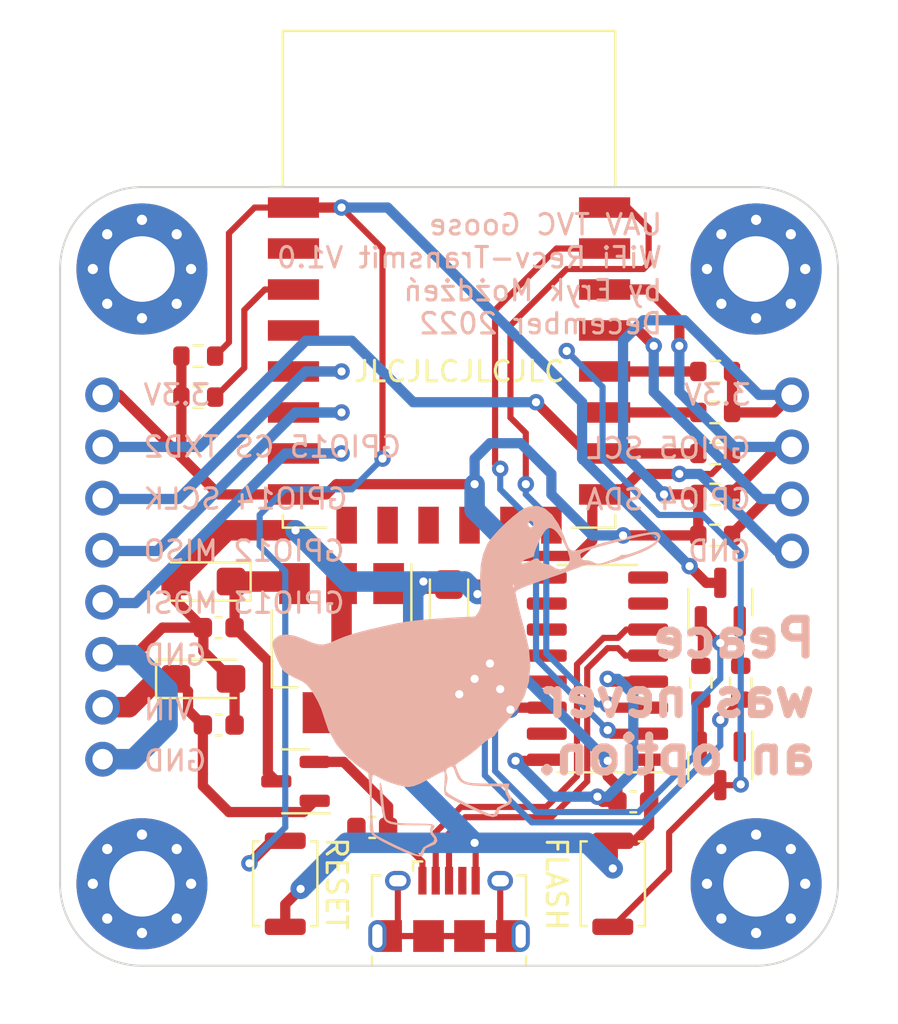
<source format=kicad_pcb>
(kicad_pcb (version 20211014) (generator pcbnew)
  (layers (0 "F.Cu" signal) (31 "B.Cu" signal) (34 "B.Paste" user) (35 "F.Paste" user) (36 "B.SilkS" user "B.Silkscreen") (37 "F.SilkS" user "F.Silkscreen") (38 "B.Mask" user) (39 "F.Mask" user) (44 "Edge.Cuts" user))
  (net 0 "")
  (net 1 "GND")
  (net 2 "+3.3V")
  (net 3 "+5V")
  (net 4 "VBUS")
  (net 9 "/D-")
  (net 10 "/D+")
  (net 12 "unconnected-(J2-Pad6)")
  (net 13 "/GPIO5_SCL")
  (net 14 "/GPIO4_SDA")
  (net 15 "/GPIO15_CS_TXD2")
  (net 16 "/GPIO14_SCLK")
  (net 17 "/GPIO13_MOSI")
  (net 18 "/GPIO12_MISO")
  (net 19 "/ADC")
  (net 20 "/GPIO2_TXD1")
  (net 21 "/GPIO16_WAKE")
  (net 22 "/RTS")
  (net 23 "Net-(Q1-Pad2)")
  (net 24 "/RST")
  (net 25 "/DTR")
  (net 26 "Net-(Q2-Pad2)")
  (net 27 "/GPIO0_FLASH")
  (net 28 "/EN")
  (net 35 "/GPIO3_RXD0")
  (net 36 "/GPIO1_TXD0")
  (net 44 "/LDO_IN")
  (footprint "RF_Module:ESP-12E" (layer "F.Cu") (at 149 98.5)
    (fp_text reference "U2")
    (fp_text value "ESP-12E")
  )
  (footprint "MountingHole:MountingHole_3.2mm_M3_Pad_Via" (layer "F.Cu") (at 134 128)
    (fp_text reference "H3")
    (fp_text value "MountingHole_Pad")
  )
  (footprint "Capacitor_Tantalum_SMD:CP_EIA-3216-18_Kemet-A" (layer "F.Cu") (at 137 113.25 180)
    (fp_text reference "C2")
    (fp_text value "4u7")
  )
  (footprint "Capacitor_SMD:C_0603_1608Metric" (layer "F.Cu") (at 145.25 125.25 180)
    (fp_text reference "C6")
    (fp_text value "100n")
  )
  (footprint "Package_SO:SOIC-16_3.9x9.9mm_P1.27mm" (layer "F.Cu") (at 156.25 117.5 180)
    (fp_text reference "U3")
    (fp_text value "CH340G")
  )
  (footprint "Button_Switch_SMD:SW_Push_SPST_NO_Alps_SKRK" (layer "F.Cu") (at 157 128 -90)
    (fp_text reference "SW2")
    (fp_text value "SW_Push")
  )
  (footprint "MountingHole:MountingHole_3.2mm_M3_Pad_Via" (layer "F.Cu") (at 134 98)
    (fp_text reference "H1")
    (fp_text value "MountingHole_Pad")
  )
  (footprint "Capacitor_SMD:C_0603_1608Metric" (layer "F.Cu") (at 137.75 120.25)
    (fp_text reference "C5")
    (fp_text value "100n")
  )
  (footprint "Connector_USB:USB_Micro-B_Amphenol_10118194_Horizontal" (layer "F.Cu") (at 149 129.25)
    (fp_text reference "J2")
    (fp_text value "USB_B_Micro")
  )
  (footprint "Capacitor_SMD:C_0603_1608Metric" (layer "F.Cu") (at 158 124)
    (fp_text reference "C8")
    (fp_text value "100n")
  )
  (footprint "Resistor_SMD:R_0603_1608Metric" (layer "F.Cu") (at 136.75 102.25)
    (fp_text reference "R2")
    (fp_text value "10k")
  )
  (footprint "Resistor_SMD:R_0603_1608Metric" (layer "F.Cu") (at 162 105 180)
    (fp_text reference "R5")
    (fp_text value "10k")
  )
  (footprint "Capacitor_Tantalum_SMD:CP_EIA-3216-18_Kemet-A" (layer "F.Cu") (at 137 118)
    (fp_text reference "C7")
    (fp_text value "4u7")
  )
  (footprint "MountingHole:MountingHole_3.2mm_M3_Pad_Via" (layer "F.Cu") (at 164 98)
    (fp_text reference "H2")
    (fp_text value "MountingHole_Pad")
  )
  (footprint "Package_TO_SOT_SMD:SOT-23" (layer "F.Cu") (at 162.25 122.25 -90)
    (fp_text reference "Q2")
    (fp_text value "Q_NPN_EBC")
  )
  (footprint "Resistor_SMD:R_0603_1608Metric" (layer "F.Cu") (at 163.250001 118.1875 90)
    (fp_text reference "R8")
    (fp_text value "10k")
  )
  (footprint "Capacitor_SMD:C_0603_1608Metric" (layer "F.Cu") (at 137.75 115.5 180)
    (fp_text reference "C1")
    (fp_text value "100n")
  )
  (footprint "Resistor_SMD:R_0603_1608Metric" (layer "F.Cu") (at 161.300001 118.1875 -90)
    (fp_text reference "R9")
    (fp_text value "10k")
  )
  (footprint "Capacitor_Tantalum_SMD:CP_EIA-3216-18_Kemet-A" (layer "F.Cu") (at 149 114.75 90)
    (fp_text reference "C3")
    (fp_text value "4u7")
  )
  (footprint "Package_TO_SOT_SMD:SOT-23" (layer "F.Cu") (at 162.25 114.25 90)
    (fp_text reference "Q1")
    (fp_text value "Q_NPN_EBC")
  )
  (footprint "Package_TO_SOT_SMD:SOT-23" (layer "F.Cu") (at 141.5 123 180)
    (fp_text reference "D1")
    (fp_text value "BAT54C")
  )
  (footprint "Resistor_SMD:R_0603_1608Metric" (layer "F.Cu") (at 162 109)
    (fp_text reference "R6")
    (fp_text value "4k7")
  )
  (footprint "Capacitor_SMD:C_0603_1608Metric" (layer "F.Cu") (at 151.25 115.5 90)
    (fp_text reference "C4")
    (fp_text value "100n")
  )
  (footprint "Resistor_SMD:R_0603_1608Metric" (layer "F.Cu") (at 136.75 104.25)
    (fp_text reference "R1")
    (fp_text value "10k")
  )
  (footprint "Package_TO_SOT_SMD:SOT-223-3_TabPin2" (layer "F.Cu") (at 143.75 116.5 -90)
    (fp_text reference "U1")
    (fp_text value "LM1117-3.3")
  )
  (footprint "Resistor_SMD:R_0603_1608Metric" (layer "F.Cu") (at 162 107)
    (fp_text reference "R3")
    (fp_text value "10k")
  )
  (footprint "MountingHole:MountingHole_3.2mm_M3_Pad_Via" (layer "F.Cu") (at 164 128)
    (fp_text reference "H4")
    (fp_text value "MountingHole_Pad")
  )
  (footprint "Resistor_SMD:R_0603_1608Metric" (layer "F.Cu") (at 162 111)
    (fp_text reference "R7")
    (fp_text value "4k7")
  )
  (footprint "Button_Switch_SMD:SW_Push_SPST_NO_Alps_SKRK" (layer "F.Cu") (at 141 128 90)
    (fp_text reference "SW1")
    (fp_text value "SW_Push")
  )
  (footprint "Resistor_SMD:R_0603_1608Metric" (layer "F.Cu") (at 162 103 180)
    (fp_text reference "R4")
    (fp_text value "10k")
  )
  (footprint "goose:tht_pin_01x04" (layer "B.Cu") (at 165.735 104.14)
    (fp_text reference "J3")
    (fp_text value "Conn_01x04")
  )
  (footprint "goose:goose_meme" (layer "B.Cu") (at 153.712967 124.128 180)
    (fp_text reference "G***")
    (fp_text value "LOGO" hide)
  )
  (footprint "goose:tht_pin_01x06" (layer "B.Cu") (at 132.08 104.14)
    (fp_text reference "J4")
    (fp_text value "Conn_01x06")
  )
  (footprint "goose:tht_pin_01x02" (layer "B.Cu") (at 132.08 119.38)
    (fp_text reference "J1")
    (fp_text value "Conn_01x02")
  )
  (gr_line locked (start 130 128) (end 130 98) (layer "Edge.Cuts") (width 0.1))
  (gr_arc locked (start 168 128) (mid 166.828427 130.828427) (end 164 132) (layer "Edge.Cuts") (width 0.1))
  (gr_arc locked (start 164 94) (mid 166.828427 95.171573) (end 168 98) (layer "Edge.Cuts") (width 0.1))
  (gr_line locked (start 168 98) (end 168 128) (layer "Edge.Cuts") (width 0.1))
  (gr_line locked (start 164 132) (end 134 132) (layer "Edge.Cuts") (width 0.1))
  (gr_arc locked (start 130 98) (mid 131.171573 95.171573) (end 134 94) (layer "Edge.Cuts") (width 0.1))
  (gr_arc locked (start 134 132) (mid 131.171573 130.828427) (end 130 128) (layer "Edge.Cuts") (width 0.1))
  (gr_line locked (start 134 94) (end 164 94) (layer "Edge.Cuts") (width 0.1))
  (gr_text "GPIO5 SCL" (at 163.83 106.75) (layer "B.SilkS") (effects (font (size 1 1)) (justify left mirror)))
  (gr_text "3.3V" (at 163.83 104.14) (layer "B.SilkS") (effects (font (size 1 1)) (justify left mirror)))
  (gr_text "GPIO4 SDA" (at 163.83 109.25) (layer "B.SilkS") (effects (font (size 1 1)) (justify left mirror)))
  (gr_text "VIN" (at 134 119.5) (layer "B.SilkS") (effects (font (size 1 1)) (justify right mirror)))
  (gr_text "GPIO12 MISO" (at 133.985 111.76) (layer "B.SilkS") (effects (font (size 1 1)) (justify right mirror)))
  (gr_text "GND" (at 163.83 111.76) (layer "B.SilkS") (effects (font (size 1 1)) (justify left mirror)))
  (gr_text "UAV TVC Goose\nWiFi Recv-Transmit V1.0\nby Eryk Możdżeń\nDecember 2022" (at 159.5 98.25) (layer "B.SilkS") (effects (font (size 1 1)) (justify left mirror)))
  (gr_text "GND" (at 134 116.84) (layer "B.SilkS") (effects (font (size 1 1)) (justify right mirror)))
  (gr_text "3.3V" (at 133.985 104.14) (layer "B.SilkS") (effects (font (size 1 1)) (justify right mirror)))
  (gr_text "GPIO14 SCLK" (at 133.985 109.22) (layer "B.SilkS") (effects (font (size 1 1)) (justify right mirror)))
  (gr_text "GND" (at 134 122) (layer "B.SilkS") (effects (font (size 1 1)) (justify right mirror)))
  (gr_text "GPIO15 CS TXD2" (at 133.985 106.68) (layer "B.SilkS") (effects (font (size 1 1)) (justify right mirror)))
  (gr_text "GPIO13 MOSI" (at 133.985 114.3) (layer "B.SilkS") (effects (font (size 1 1)) (justify right mirror)))
  (gr_text "JLCJLCJLCJLC" (at 149.5 103) (layer "F.SilkS") (effects (font (size 1 1))))
  (gr_text "FLASH" (at 154.25 128 270) (layer "F.SilkS") (effects (font (size 1 1))))
  (gr_text "RESET" (at 143.5 128 270) (layer "F.SilkS") (effects (font (size 1 1))))
  (segment (start 149.925 113.4) (end 150.3875 113.8625) (width 0.5) (layer "F.Cu") (net 1))
  (segment (start 146.05 113.35) (end 148.95 113.35) (width 1) (layer "F.Cu") (net 1))
  (segment (start 138.35 118) (end 137 116.65) (width 0.5) (layer "F.Cu") (net 1))
  (segment (start 141 129) (end 141 130.1) (width 0.5) (layer "F.Cu") (net 1))
  (segment (start 160.25 108) (end 158.25 108) (width 0.5) (layer "F.Cu") (net 1))
  (segment (start 158.775 125.225) (end 158.775 124) (width 0.5) (layer "F.Cu") (net 1))
  (segment (start 162.825 107) (end 161.825 108) (width 0.3) (layer "F.Cu") (net 1))
  (segment (start 149 113.4) (end 151.1 113.4) (width 0.5) (layer "F.Cu") (net 1))
  (segment (start 157 125.9) (end 158.1 125.9) (width 0.5) (layer "F.Cu") (net 1))
  (segment (start 151.1 113.4) (end 152.5 112) (width 0.5) (layer "F.Cu") (net 1))
  (segment (start 148.95 113.35) (end 149 113.4) (width 1) (layer "F.Cu") (net 1))
  (segment (start 156.5 109) (end 156 109.5) (width 0.5) (layer "F.Cu") (net 1))
  (segment (start 161.825 108) (end 160.25 108) (width 0.3) (layer "F.Cu") (net 1))
  (segment (start 157.25 109) (end 156.6 109) (width 0.5) (layer "F.Cu") (net 1))
  (segment (start 158.25 108) (end 157.25 109) (width 0.5) (layer "F.Cu") (net 1))
  (segment (start 135.65 113.25) (end 135.65 114.175) (width 0.5) (layer "F.Cu") (net 1))
  (segment (start 144.475 125.525) (end 144.475 125.25) (width 0.5) (layer "F.Cu") (net 1))
  (segment (start 135.65 114.175) (end 136.975 115.5) (width 0.5) (layer "F.Cu") (net 1))
  (segment (start 141.5 110.75) (end 138.15 110.75) (width 1) (layer "F.Cu") (net 1))
  (segment (start 158.775 121.995) (end 158.725 121.945) (width 0.5) (layer "F.Cu") (net 1))
  (segment (start 157 127.25) (end 157 125.9) (width 0.5) (layer "F.Cu") (net 1))
  (segment (start 137 115.525) (end 136.975 115.5) (width 0.5) (layer "F.Cu") (net 1))
  (segment (start 141.75 128.25) (end 144.475 125.525) (width 0.5) (layer "F.Cu") (net 1))
  (segment (start 158.775 124) (end 158.775 121.995) (width 0.5) (layer "F.Cu") (net 1))
  (segment (start 156 109.5) (end 156 111.25) (width 0.5) (layer "F.Cu") (net 1))
  (segment (start 135 115.5) (end 133.66 116.84) (width 0.5) (layer "F.Cu") (net 1))
  (segment (start 158.1 125.9) (end 158.775 125.225) (width 0.5) (layer "F.Cu") (net 1))
  (segment (start 149 113.4) (end 149.925 113.4) (width 0.5) (layer "F.Cu") (net 1))
  (segment (start 137 116.65) (end 137 115.525) (width 0.5) (layer "F.Cu") (net 1))
  (segment (start 156.6 109) (end 156.5 109) (width 0.5) (layer "F.Cu") (net 1))
  (segment (start 150.3 127.85) (end 150.3 126.05) (width 0.3) (layer "F.Cu") (net 1))
  (segment (start 138.525 118.175) (end 138.35 118) (width 0.5) (layer "F.Cu") (net 1))
  (segment (start 133.66 116.84) (end 132.08 116.84) (width 0.5) (layer "F.Cu") (net 1))
  (segment (start 138.15 110.75) (end 135.65 113.25) (width 1) (layer "F.Cu") (net 1))
  (segment (start 132.08 116.84) (end 132.08 116.82) (width 0.5) (layer "F.Cu") (net 1))
  (segment (start 152.5 112) (end 155.25 112) (width 0.5) (layer "F.Cu") (net 1))
  (segment (start 138.525 120.25) (end 138.525 118.175) (width 0.5) (layer "F.Cu") (net 1))
  (segment (start 155.25 112) (end 156 111.25) (width 0.5) (layer "F.Cu") (net 1))
  (segment (start 141.75 128.25) (end 141 129) (width 0.5) (layer "F.Cu") (net 1))
  (segment (start 136.975 115.5) (end 135 115.5) (width 0.5) (layer "F.Cu") (net 1))
  (segment (start 150.3875 113.8625) (end 151.25 114.725) (width 0.5) (layer "F.Cu") (net 1))
  (segment (start 150.3 126.05) (end 150.25 126) (width 0.3) (layer "F.Cu") (net 1))
  (via (at 160.25 108) (size 0.8) (drill 0.4) (layers "F.Cu" "B.Cu") (net 1))
  (via (at 150.25 126) (size 0.8) (drill 0.4) (layers "F.Cu" "B.Cu") (net 1))
  (via (at 141.75 128.25) (size 0.8) (drill 0.4) (layers "F.Cu" "B.Cu") (net 1))
  (via (at 147.75 113.25) (size 0.8) (drill 0.4) (layers "F.Cu" "B.Cu") (net 1))
  (via (at 141.5 110.75) (size 0.8) (drill 0.4) (layers "F.Cu" "B.Cu") (net 1))
  (via (at 157 127.25) (size 0.8) (drill 0.4) (layers "F.Cu" "B.Cu") (net 1))
  (via (at 150.3875 113.8625) (size 0.8) (drill 0.4) (layers "F.Cu" "B.Cu") (net 1))
  (segment (start 135.25 120.25) (end 135.25 118.5) (width 1) (layer "B.Cu") (net 1))
  (segment (start 160.25 108) (end 161.25 108) (width 0.5) (layer "B.Cu") (net 1))
  (segment (start 141.75 128.25) (end 144 126) (width 1) (layer "B.Cu") (net 1))
  (segment (start 150.25 126) (end 155.75 126) (width 1) (layer "B.Cu") (net 1))
  (segment (start 144 113.25) (end 141.5 110.75) (width 1) (layer "B.Cu") (net 1))
  (segment (start 161.25 108) (end 165.01 111.76) (width 0.5) (layer "B.Cu") (net 1))
  (segment (start 149.775 113.25) (end 150.3875 113.8625) (width 1) (layer "B.Cu") (net 1))
  (segment (start 144 126) (end 150.25 126) (width 1) (layer "B.Cu") (net 1))
  (segment (start 132.08 121.92) (end 133.58 121.92) (width 1) (layer "B.Cu") (net 1))
  (segment (start 133.59 116.84) (end 132.08 116.84) (width 1) (layer "B.Cu") (net 1))
  (segment (start 165.01 111.76) (end 165.735 111.76) (width 0.5) (layer "B.Cu") (net 1))
  (segment (start 133.58 121.92) (end 135.25 120.25) (width 1) (layer "B.Cu") (net 1))
  (segment (start 147.25 123) (end 147.25 117) (width 1) (layer "B.Cu") (net 1))
  (segment (start 147.75 113.25) (end 144 113.25) (width 1) (layer "B.Cu") (net 1))
  (segment (start 147.25 117) (end 147.25 113.75) (width 1) (layer "B.Cu") (net 1))
  (segment (start 147.25 113.75) (end 147.75 113.25) (width 1) (layer "B.Cu") (net 1))
  (segment (start 147.75 113.25) (end 149.775 113.25) (width 1) (layer "B.Cu") (net 1))
  (segment (start 150.25 126) (end 147.25 123) (width 1) (layer "B.Cu") (net 1))
  (segment (start 155.75 126) (end 157 127.25) (width 1) (layer "B.Cu") (net 1))
  (segment (start 135.25 118.5) (end 133.59 116.84) (width 1) (layer "B.Cu") (net 1))
  (segment (start 143.5 108.5) (end 150.25 108.5) (width 0.5) (layer "F.Cu") (net 2))
  (segment (start 143.75 119.65) (end 143.75 119.5) (width 1) (layer "F.Cu") (net 2))
  (segment (start 150.5 117.75) (end 150.275 117.975) (width 0.5) (layer "F.Cu") (net 2))
  (segment (start 150.5 117.75) (end 151.25 117) (width 0.5) (layer "F.Cu") (net 2))
  (segment (start 135.925 107.175) (end 135.925 104.25) (width 0.5) (layer "F.Cu") (net 2))
  (segment (start 161.175 111) (end 161.175 109) (width 0.5) (layer "F.Cu") (net 2))
  (segment (start 150.25 118) (end 150.5 117.75) (width 0.5) (layer "F.Cu") (net 2))
  (segment (start 132.89 104.14) (end 132.08 104.14) (width 0.5) (layer "F.Cu") (net 2))
  (segment (start 156.885 118.135) (end 156.75 118) (width 0.5) (layer "F.Cu") (net 2))
  (segment (start 156.5 124) (end 156.25 123.75) (width 0.5) (layer "F.Cu") (net 2))
  (segment (start 143 109) (end 143.5 108.5) (width 0.5) (layer "F.Cu") (net 2))
  (segment (start 162.825 105) (end 164.875 105) (width 0.5) (layer "F.Cu") (net 2))
  (segment (start 152.25 122) (end 153.72 122) (width 0.5) (layer "F.Cu") (net 2))
  (segment (start 156.75 122) (end 156.75 122.75) (width 0.5) (layer "F.Cu") (net 2))
  (segment (start 162.825 105) (end 162.825 103) (width 0.5) (layer "F.Cu") (net 2))
  (segment (start 157.225 124) (end 156.5 124) (width 0.5) (layer "F.Cu") (net 2))
  (segment (start 143.75 119.5) (end 147.15 116.1) (width 1) (layer "F.Cu") (net 2))
  (segment (start 141.4 109) (end 143 109) (width 0.5) (layer "F.Cu") (net 2))
  (segment (start 153.72 122) (end 153.775 121.945) (width 0.5) (layer "F.Cu") (net 2))
  (segment (start 147.15 116.1) (end 149 116.1) (width 1) (layer "F.Cu") (net 2))
  (segment (start 161.175 109.027082) (end 161.175 109) (width 0.5) (layer "F.Cu") (net 2))
  (segment (start 137.75 109) (end 135.925 107.175) (width 0.5) (layer "F.Cu") (net 2))
  (segment (start 164.875 105) (end 165.735 104.14) (width 0.5) (layer "F.Cu") (net 2))
  (segment (start 157.225 123.225) (end 157.225 124) (width 0.5) (layer "F.Cu") (net 2))
  (segment (start 156.75 122.75) (end 157.225 123.225) (width 0.5) (layer "F.Cu") (net 2))
  (segment (start 151.25 117) (end 151.25 116.275) (width 0.5) (layer "F.Cu") (net 2))
  (segment (start 151.25 116.275) (end 149.175 116.275) (width 0.5) (layer "F.Cu") (net 2))
  (segment (start 135.925 107.175) (end 132.89 104.14) (width 0.5) (layer "F.Cu") (net 2))
  (segment (start 149.175 116.275) (end 149 116.1) (width 0.5) (layer "F.Cu") (net 2))
  (segment (start 141.4 109) (end 137.75 109) (width 0.5) (layer "F.Cu") (net 2))
  (segment (start 135.925 104.25) (end 135.925 102.25) (width 0.5) (layer "F.Cu") (net 2))
  (segment (start 158.725 118.135) (end 156.885 118.135) (width 0.5) (layer "F.Cu") (net 2))
  (segment (start 157.5 111) (end 161.175 111) (width 0.5) (layer "F.Cu") (net 2))
  (segment (start 143.75 119.65) (end 143.75 113.35) (width 1) (layer "F.Cu") (net 2))
  (segment (start 161.175 109) (end 159.5 109) (width 0.5) (layer "F.Cu") (net 2))
  (via (at 156.75 122) (size 0.8) (drill 0.4) (layers "F.Cu" "B.Cu") (net 2))
  (via (at 156.75 118) (size 0.8) (drill 0.4) (layers "F.Cu" "B.Cu") (net 2))
  (via (at 149.5 118.75) (size 0.8) (drill 0.4) (layers "F.Cu" "B.Cu") (net 2))
  (via (at 150.25 108.5) (size 0.8) (drill 0.4) (layers "F.Cu" "B.Cu") (net 2))
  (via (at 150.25 118) (size 0.8) (drill 0.4) (layers "F.Cu" "B.Cu") (net 2))
  (via (at 159.5 109) (size 0.8) (drill 0.4) (layers "F.Cu" "B.Cu") (net 2))
  (via (at 152.25 122) (size 0.8) (drill 0.4) (layers "F.Cu" "B.Cu") (net 2))
  (via (at 156.25 123.75) (size 0.8) (drill 0.4) (layers "F.Cu" "B.Cu") (net 2))
  (via (at 157.5 111) (size 0.8) (drill 0.4) (layers "F.Cu" "B.Cu") (net 2))
  (via (at 151 117.25) (size 0.8) (drill 0.4) (layers "F.Cu" "B.Cu") (net 2))
  (segment (start 152 117.25) (end 151 117.25) (width 0.5) (layer "B.Cu") (net 2))
  (segment (start 159.5 109) (end 157.5 107) (width 0.5) (layer "B.Cu") (net 2))
  (segment (start 157.25 118) (end 156.75 118) (width 0.5) (layer "B.Cu") (net 2))
  (segment (start 164.14 104.14) (end 165.735 104.14) (width 0.5) (layer "B.Cu") (net 2))
  (segment (start 154 109) (end 154 108) (width 0.5) (layer "B.Cu") (net 2))
  (segment (start 151 117.25) (end 151.5875 116.6625) (width 1) (layer "B.Cu") (net 2))
  (segment (start 154 123.75) (end 152.25 122) (width 0.5) (layer "B.Cu") (net 2))
  (segment (start 156.75 123.75) (end 158 122.5) (width 0.5) (layer "B.Cu") (net 2))
  (segment (start 151.5875 111.0875) (end 150.25 109.75) (width 1) (layer "B.Cu") (net 2))
  (segment (start 152.5 106.5) (end 151 106.5) (width 0.5) (layer "B.Cu") (net 2))
  (segment (start 149.5 118.75) (end 150.25 118) (width 1) (layer "B.Cu") (net 2))
  (segment (start 151 106.5) (end 150.25 107.25) (width 0.5) (layer "B.Cu") (net 2))
  (segment (start 150.25 107.25) (end 150.25 108.5) (width 0.5) (layer "B.Cu") (net 2))
  (segment (start 154 108) (end 152.5 106.5) (width 0.5) (layer "B.Cu") (net 2))
  (segment (start 158 122.5) (end 158 118.75) (width 0.5) (layer "B.Cu") (net 2))
  (segment (start 158.5 100.5) (end 160.5 100.5) (width 0.5) (layer "B.Cu") (net 2))
  (segment (start 152 117.25) (end 156.75 122) (width 0.5) (layer "B.Cu") (net 2))
  (segment (start 151.5875 116.6625) (end 151.5875 111.0875) (width 1) (layer "B.Cu") (net 2))
  (segment (start 156.25 123.75) (end 154 123.75) (width 0.5) (layer "B.Cu") (net 2))
  (segment (start 157.5 107) (end 157.5 101.5) (width 0.5) (layer "B.Cu") (net 2))
  (segment (start 157.5 101.5) (end 158.5 100.5) (width 0.5) (layer "B.Cu") (net 2))
  (segment (start 157.5 111) (end 156 111) (width 0.5) (layer "B.Cu") (net 2))
  (segment (start 160.5 100.5) (end 164.14 104.14) (width 0.5) (layer "B.Cu") (net 2))
  (segment (start 156 111) (end 154 109) (width 0.5) (layer "B.Cu") (net 2))
  (segment (start 158 118.75) (end 157.25 118) (width 0.5) (layer "B.Cu") (net 2))
  (segment (start 150.25 118) (end 151 117.25) (width 1) (layer "B.Cu") (net 2))
  (segment (start 150.25 109.75) (end 150.25 108.5) (width 1) (layer "B.Cu") (net 2))
  (segment (start 156.25 123.75) (end 156.75 123.75) (width 0.5) (layer "B.Cu") (net 2))
  (segment (start 141.8875 124.5) (end 142.4375 123.95) (width 0.5) (layer "F.Cu") (net 3))
  (segment (start 136.975 122.625) (end 136.975 123.225) (width 0.5) (layer "F.Cu") (net 3))
  (segment (start 136.975 123.225) (end 138.25 124.5) (width 0.5) (layer "F.Cu") (net 3))
  (segment (start 132.08 119.38) (end 133.37 119.38) (width 1) (layer "F.Cu") (net 3))
  (segment (start 133.37 119.38) (end 134.75 118) (width 1) (layer "F.Cu") (net 3))
  (segment (start 136.975 120.25) (end 136.975 122.625) (width 0.5) (layer "F.Cu") (net 3))
  (segment (start 134.75 118) (end 135.65 118) (width 1) (layer "F.Cu") (net 3))
  (segment (start 136.25 118.6) (end 136.25 119.525) (width 0.5) (layer "F.Cu") (net 3))
  (segment (start 138.25 124.5) (end 141.8875 124.5) (width 0.5) (layer "F.Cu") (net 3))
  (segment (start 135.65 118) (end 136.25 118.6) (width 0.5) (layer "F.Cu") (net 3))
  (segment (start 136.25 119.525) (end 136.975 120.25) (width 0.5) (layer "F.Cu") (net 3))
  (segment (start 146.025 124.225) (end 146.025 125.25) (width 0.5) (layer "F.Cu") (net 4))
  (segment (start 142.4375 122.05) (end 143.85 122.05) (width 0.5) (layer "F.Cu") (net 4))
  (segment (start 147.7 126.925) (end 146.025 125.25) (width 0.3) (layer "F.Cu") (net 4))
  (segment (start 143.85 122.05) (end 146.025 124.225) (width 0.5) (layer "F.Cu") (net 4))
  (segment (start 147.7 127.85) (end 147.7 126.925) (width 0.3) (layer "F.Cu") (net 4))
  (segment (start 157.655 115.595) (end 158.725 115.595) (width 0.3) (layer "F.Cu") (net 9))
  (segment (start 155.25 122.75) (end 155.25 117.292894) (width 0.3) (layer "F.Cu") (net 9))
  (segment (start 157.25 116) (end 157.655 115.595) (width 0.3) (layer "F.Cu") (net 9))
  (segment (start 155.25 117.292894) (end 156.542894 116) (width 0.3) (layer "F.Cu") (net 9))
  (segment (start 148.35 127.85) (end 148.35 125.483947) (width 0.3) (layer "F.Cu") (net 9))
  (segment (start 156.542894 116) (end 157.25 116) (width 0.3) (layer "F.Cu") (net 9))
  (segment (start 149.583947 124.25) (end 153.75 124.25) (width 0.3) (layer "F.Cu") (net 9))
  (segment (start 153.75 124.25) (end 155.25 122.75) (width 0.3) (layer "F.Cu") (net 9))
  (segment (start 148.35 125.483947) (end 149.583947 124.25) (width 0.3) (layer "F.Cu") (net 9))
  (segment (start 149 127.85) (end 149 125.541053) (width 0.3) (layer "F.Cu") (net 10))
  (segment (start 155.75 123) (end 155.75 117.5) (width 0.3) (layer "F.Cu") (net 10))
  (segment (start 154 124.75) (end 155.75 123) (width 0.3) (layer "F.Cu") (net 10))
  (segment (start 155.75 117.5) (end 156.75 116.5) (width 0.3) (layer "F.Cu") (net 10))
  (segment (start 157.25 116.5) (end 157.615 116.865) (width 0.3) (layer "F.Cu") (net 10))
  (segment (start 157.615 116.865) (end 158.725 116.865) (width 0.3) (layer "F.Cu") (net 10))
  (segment (start 149.791053 124.75) (end 154 124.75) (width 0.3) (layer "F.Cu") (net 10))
  (segment (start 156.75 116.5) (end 157.25 116.5) (width 0.3) (layer "F.Cu") (net 10))
  (segment (start 149 125.541053) (end 149.791053 124.75) (width 0.3) (layer "F.Cu") (net 10))
  (segment (start 151.9 130.55) (end 150 130.55) (width 0.3) (layer "F.Cu") (net 12))
  (segment (start 151.5 127.85) (end 151.5 130.15) (width 0.3) (layer "F.Cu") (net 12))
  (segment (start 146.5 127.85) (end 146.5 130.15) (width 0.3) (layer "F.Cu") (net 12))
  (segment (start 150 130.55) (end 148 130.55) (width 0.3) (layer "F.Cu") (net 12))
  (segment (start 151.5 130.15) (end 151.9 130.55) (width 0.3) (layer "F.Cu") (net 12))
  (segment (start 148 130.55) (end 146.1 130.55) (width 0.3) (layer "F.Cu") (net 12))
  (segment (start 146.5 130.15) (end 146.1 130.55) (width 0.3) (layer "F.Cu") (net 12))
  (segment (start 165.735 106.68) (end 165.07 106.68) (width 0.5) (layer "F.Cu") (net 13))
  (segment (start 162.825 109) (end 162.825 108.925) (width 0.5) (layer "F.Cu") (net 13))
  (segment (start 162.825 108.925) (end 165.07 106.68) (width 0.5) (layer "F.Cu") (net 13))
  (segment (start 160.25 101.75) (end 160.25 100.5) (width 0.5) (layer "F.Cu") (net 13))
  (segment (start 160.25 100.5) (end 158.75 99) (width 0.5) (layer "F.Cu") (net 13))
  (segment (start 158.75 99) (end 156.6 99) (width 0.5) (layer "F.Cu") (net 13))
  (via (at 160.25 101.75) (size 0.8) (drill 0.4) (layers "F.Cu" "B.Cu") (net 13))
  (segment (start 160.25 101.75) (end 160.25 104) (width 0.5) (layer "B.Cu") (net 13))
  (segment (start 160.25 104) (end 162.93 106.68) (width 0.5) (layer "B.Cu") (net 13))
  (segment (start 162.93 106.68) (end 165.735 106.68) (width 0.5) (layer "B.Cu") (net 13))
  (segment (start 164.53 109.22) (end 165.735 109.22) (width 0.5) (layer "F.Cu") (net 14))
  (segment (start 158.25 101) (end 159 101.75) (width 0.5) (layer "F.Cu") (net 14))
  (segment (start 156.6 101) (end 158.25 101) (width 0.5) (layer "F.Cu") (net 14))
  (segment (start 162.825 110.925) (end 164.53 109.22) (width 0.5) (layer "F.Cu") (net 14))
  (segment (start 162.825 111) (end 162.825 110.925) (width 0.5) (layer "F.Cu") (net 14))
  (via (at 159 101.75) (size 0.8) (drill 0.4) (layers "F.Cu" "B.Cu") (net 14))
  (segment (start 164.22 109.22) (end 165.735 109.22) (width 0.5) (layer "B.Cu") (net 14))
  (segment (start 159 104) (end 164.22 109.22) (width 0.5) (layer "B.Cu") (net 14))
  (segment (start 159 101.75) (end 159 104) (width 0.5) (layer "B.Cu") (net 14))
  (segment (start 153.25 104.5) (end 155.75 107) (width 0.5) (layer "F.Cu") (net 15))
  (segment (start 155.75 107) (end 156.6 107) (width 0.5) (layer "F.Cu") (net 15))
  (segment (start 156.6 107) (end 161.175 107) (width 0.5) (layer "F.Cu") (net 15))
  (via (at 153.25 104.5) (size 0.8) (drill 0.4) (layers "F.Cu" "B.Cu") (net 15))
  (segment (start 136.82 106.68) (end 132.08 106.68) (width 0.5) (layer "B.Cu") (net 15))
  (segment (start 147.25 104.5) (end 144.25 101.5) (width 0.5) (layer "B.Cu") (net 15))
  (segment (start 153.25 104.5) (end 147.25 104.5) (width 0.5) (layer "B.Cu") (net 15))
  (segment (start 142 101.5) (end 136.82 106.68) (width 0.5) (layer "B.Cu") (net 15))
  (segment (start 144.25 101.5) (end 142 101.5) (width 0.5) (layer "B.Cu") (net 15))
  (segment (start 143.75 103) (end 141.4 103) (width 0.5) (layer "F.Cu") (net 16))
  (via (at 143.75 103) (size 0.8) (drill 0.4) (layers "F.Cu" "B.Cu") (net 16))
  (segment (start 135.78 109.22) (end 142 103) (width 0.5) (layer "B.Cu") (net 16))
  (segment (start 142 103) (end 143.75 103) (width 0.5) (layer "B.Cu") (net 16))
  (segment (start 132.08 109.22) (end 135.78 109.22) (width 0.5) (layer "B.Cu") (net 16))
  (segment (start 143.75 107) (end 141.4 107) (width 0.5) (layer "F.Cu") (net 17))
  (via (at 143.75 107) (size 0.8) (drill 0.4) (layers "F.Cu" "B.Cu") (net 17))
  (segment (start 133.7 114.3) (end 132.08 114.3) (width 0.5) (layer "B.Cu") (net 17))
  (segment (start 143.75 107) (end 141 107) (width 0.5) (layer "B.Cu") (net 17))
  (segment (start 141 107) (end 133.7 114.3) (width 0.5) (layer "B.Cu") (net 17))
  (segment (start 143.75 105) (end 141.4 105) (width 0.5) (layer "F.Cu") (net 18))
  (via (at 143.75 105) (size 0.8) (drill 0.4) (layers "F.Cu" "B.Cu") (net 18))
  (segment (start 141.5 105) (end 143.75 105) (width 0.5) (layer "B.Cu") (net 18))
  (segment (start 137.5 109) (end 141.5 105) (width 0.5) (layer "B.Cu") (net 18))
  (segment (start 132.08 111.76) (end 134.74 111.76) (width 0.5) (layer "B.Cu") (net 18))
  (segment (start 134.74 111.76) (end 137.5 109) (width 0.5) (layer "B.Cu") (net 18))
  (segment (start 156.6 105) (end 161.175 105) (width 0.5) (layer "F.Cu") (net 20))
  (segment (start 161.3 115.3) (end 162.25 116.25) (width 0.3) (layer "F.Cu") (net 22))
  (segment (start 152.095 119.405) (end 152 119.5) (width 0.5) (layer "F.Cu") (net 22))
  (segment (start 161.3 115.1875) (end 161.3 115.3) (width 0.3) (layer "F.Cu") (net 22))
  (segment (start 161.300001 117.3625) (end 161.3 115.1875) (width 0.3) (layer "F.Cu") (net 22))
  (segment (start 153.775 119.405) (end 152.095 119.405) (width 0.5) (layer "F.Cu") (net 22))
  (via (at 162.25 116.25) (size 0.8) (drill 0.4) (layers "F.Cu" "B.Cu") (net 22))
  (via (at 152 119.5) (size 0.8) (drill 0.4) (layers "F.Cu" "B.Cu") (net 22))
  (segment (start 162.25 118) (end 161 119.25) (width 0.3) (layer "B.Cu") (net 22))
  (segment (start 151.25 120.25) (end 152 119.5) (width 0.3) (layer "B.Cu") (net 22))
  (segment (start 158.25 124.5) (end 153.25 124.5) (width 0.3) (layer "B.Cu") (net 22))
  (segment (start 153.25 124.5) (end 151.25 122.5) (width 0.3) (layer "B.Cu") (net 22))
  (segment (start 151.25 122.5) (end 151.25 120.25) (width 0.3) (layer "B.Cu") (net 22))
  (segment (start 161 121.75) (end 158.25 124.5) (width 0.3) (layer "B.Cu") (net 22))
  (segment (start 162.25 116.25) (end 162.25 118) (width 0.3) (layer "B.Cu") (net 22))
  (segment (start 161 119.25) (end 161 121.75) (width 0.3) (layer "B.Cu") (net 22))
  (segment (start 163.250001 117.3625) (end 163.250001 115.237501) (width 0.3) (layer "F.Cu") (net 23))
  (segment (start 163.250001 115.237501) (end 163.2 115.1875) (width 0.3) (layer "F.Cu") (net 23))
  (segment (start 145.75 107.25) (end 145.75 97) (width 0.3) (layer "F.Cu") (net 24))
  (segment (start 141.4 95) (end 139.5 95) (width 0.3) (layer "F.Cu") (net 24))
  (segment (start 143.75 95) (end 141.4 95) (width 0.5) (layer "F.Cu") (net 24))
  (segment (start 141 125.9) (end 140.35 125.9) (width 0.5) (layer "F.Cu") (net 24))
  (segment (start 139.5 95) (end 138.25 96.25) (width 0.3) (layer "F.Cu") (net 24))
  (segment (start 145.75 97) (end 143.75 95) (width 0.3) (layer "F.Cu") (net 24))
  (segment (start 138.25 96.25) (end 138.25 101.575) (width 0.3) (layer "F.Cu") (net 24))
  (segment (start 138.25 101.575) (end 137.575 102.25) (width 0.3) (layer "F.Cu") (net 24))
  (segment (start 140.35 125.9) (end 139.25 127) (width 0.5) (layer "F.Cu") (net 24))
  (segment (start 161.5625 113.3125) (end 160.75 112.5) (width 0.5) (layer "F.Cu") (net 24))
  (segment (start 162.25 113.3125) (end 161.5625 113.3125) (width 0.5) (layer "F.Cu") (net 24))
  (via (at 160.75 112.5) (size 0.8) (drill 0.4) (layers "F.Cu" "B.Cu") (net 24))
  (via (at 139.25 127) (size 0.8) (drill 0.4) (layers "F.Cu" "B.Cu") (net 24))
  (via (at 143.75 95) (size 0.8) (drill 0.4) (layers "F.Cu" "B.Cu") (net 24))
  (via (at 145.75 107.25) (size 0.8) (drill 0.4) (layers "F.Cu" "B.Cu") (net 24))
  (segment (start 141 125.25) (end 141 112.75) (width 0.3) (layer "B.Cu") (net 24))
  (segment (start 155.5 104.5) (end 155.5 107.25) (width 0.5) (layer "B.Cu") (net 24))
  (segment (start 144.25 108.75) (end 145.75 107.25) (width 0.3) (layer "B.Cu") (net 24))
  (segment (start 141 108.75) (end 144.25 108.75) (width 0.3) (layer "B.Cu") (net 24))
  (segment (start 141 112.75) (end 139.75 111.5) (width 0.3) (layer "B.Cu") (net 24))
  (segment (start 139.25 127) (end 141 125.25) (width 0.3) (layer "B.Cu") (net 24))
  (segment (start 146 95) (end 155.5 104.5) (width 0.5) (layer "B.Cu") (net 24))
  (segment (start 139.75 111.5) (end 139.75 110) (width 0.3) (layer "B.Cu") (net 24))
  (segment (start 155.5 107.25) (end 160.75 112.5) (width 0.5) (layer "B.Cu") (net 24))
  (segment (start 143.75 95) (end 146 95) (width 0.5) (layer "B.Cu") (net 24))
  (segment (start 139.75 110) (end 141 108.75) (width 0.3) (layer "B.Cu") (net 24))
  (segment (start 163.2375 119.0125) (end 162.25 120) (width 0.3) (layer "F.Cu") (net 25))
  (segment (start 163.250001 119.0125) (end 163.2375 119.0125) (width 0.3) (layer "F.Cu") (net 25))
  (segment (start 151.5 118.5) (end 151.865 118.135) (width 0.5) (layer "F.Cu") (net 25))
  (segment (start 163.250001 121.262499) (end 163.2 121.3125) (width 0.3) (layer "F.Cu") (net 25))
  (segment (start 151.865 118.135) (end 153.775 118.135) (width 0.5) (layer "F.Cu") (net 25))
  (segment (start 163.250001 119.0125) (end 163.250001 121.262499) (width 0.3) (layer "F.Cu") (net 25))
  (via (at 151.5 118.5) (size 0.8) (drill 0.4) (layers "F.Cu" "B.Cu") (net 25))
  (via (at 162.25 120) (size 0.8) (drill 0.4) (layers "F.Cu" "B.Cu") (net 25))
  (segment (start 151.5 118.5) (end 150.75 119.25) (width 0.3) (layer "B.Cu") (net 25))
  (segment (start 162.25 121.25) (end 162.25 120) (width 0.3) (layer "B.Cu") (net 25))
  (segment (start 158.5 125) (end 162.25 121.25) (width 0.3) (layer "B.Cu") (net 25))
  (segment (start 153.042894 125) (end 158.5 125) (width 0.3) (layer "B.Cu") (net 25))
  (segment (start 150.75 122.707106) (end 153.042894 125) (width 0.3) (layer "B.Cu") (net 25))
  (segment (start 150.75 119.25) (end 150.75 122.707106) (width 0.3) (layer "B.Cu") (net 25))
  (segment (start 161.3 121.3125) (end 161.300001 119.0125) (width 0.3) (layer "F.Cu") (net 26))
  (segment (start 157 130.1) (end 159.75 127.35) (width 0.3) (layer "F.Cu") (net 27))
  (segment (start 154.75 102) (end 155.25 102.5) (width 0.3) (layer "F.Cu") (net 27))
  (segment (start 156.6 103) (end 161.175 103) (width 0.5) (layer "F.Cu") (net 27))
  (segment (start 163.25 123.1505) (end 163.213 123.1875) (width 0.3) (layer "F.Cu") (net 27))
  (segment (start 159.75 125.5) (end 162.0625 123.1875) (width 0.3) (layer "F.Cu") (net 27))
  (segment (start 162.0625 123.1875) (end 162.25 123.1875) (width 0.3) (layer "F.Cu") (net 27))
  (segment (start 163.213 123.1875) (end 162.25 123.1875) (width 0.3) (layer "F.Cu") (net 27))
  (segment (start 159.75 127.35) (end 159.75 125.5) (width 0.3) (layer "F.Cu") (net 27))
  (via (at 163.25 123.1505) (size 0.8) (drill 0.4) (layers "F.Cu" "B.Cu") (net 27))
  (via (at 154.75 102) (size 0.8) (drill 0.4) (layers "F.Cu" "B.Cu") (net 27))
  (segment (start 159.25 110) (end 156.5 107.25) (width 0.3) (layer "B.Cu") (net 27))
  (segment (start 161.375 110) (end 159.25 110) (width 0.3) (layer "B.Cu") (net 27))
  (segment (start 156.5 107.25) (end 156.5 103.75) (width 0.3) (layer "B.Cu") (net 27))
  (segment (start 156.5 103.75) (end 154.75 102) (width 0.3) (layer "B.Cu") (net 27))
  (segment (start 163.25 123.1505) (end 163.25 111.875) (width 0.3) (layer "B.Cu") (net 27))
  (segment (start 163.25 111.875) (end 161.375 110) (width 0.3) (layer "B.Cu") (net 27))
  (segment (start 139 102.825) (end 137.575 104.25) (width 0.3) (layer "F.Cu") (net 28))
  (segment (start 140 99) (end 139 100) (width 0.3) (layer "F.Cu") (net 28))
  (segment (start 139 100) (end 139 102.825) (width 0.3) (layer "F.Cu") (net 28))
  (segment (start 141.4 99) (end 140 99) (width 0.3) (layer "F.Cu") (net 28))
  (segment (start 151.5 107.75) (end 151.25 107.5) (width 0.3) (layer "F.Cu") (net 35))
  (segment (start 158.725 120.675) (end 156.925 120.675) (width 0.5) (layer "F.Cu") (net 35))
  (segment (start 156.925 120.675) (end 156.75 120.5) (width 0.5) (layer "F.Cu") (net 35))
  (segment (start 151.25 100) (end 154.25 97) (width 0.3) (layer "F.Cu") (net 35))
  (segment (start 151.25 107.5) (end 151.25 100) (width 0.3) (layer "F.Cu") (net 35))
  (segment (start 154.25 97) (end 156.6 97) (width 0.3) (layer "F.Cu") (net 35))
  (via (at 156.75 120.5) (size 0.8) (drill 0.4) (layers "F.Cu" "B.Cu") (net 35))
  (via (at 151.5 107.75) (size 0.8) (drill 0.4) (layers "F.Cu" "B.Cu") (net 35))
  (segment (start 151.5 107.75) (end 151.5 108.75) (width 0.3) (layer "B.Cu") (net 35))
  (segment (start 151.5 108.75) (end 153.25 110.5) (width 0.3) (layer "B.Cu") (net 35))
  (segment (start 153.25 117) (end 156.75 120.5) (width 0.3) (layer "B.Cu") (net 35))
  (segment (start 153.25 110.5) (end 153.25 117) (width 0.3) (layer "B.Cu") (net 35))
  (segment (start 152 105.25) (end 152 100.75) (width 0.3) (layer "F.Cu") (net 36))
  (segment (start 152.75 108.5) (end 152.75 106) (width 0.3) (layer "F.Cu") (net 36))
  (segment (start 157.75 95) (end 156.6 95) (width 0.3) (layer "F.Cu") (net 36))
  (segment (start 152 100.75) (end 154.75 98) (width 0.3) (layer "F.Cu") (net 36))
  (segment (start 154.75 98) (end 158.5 98) (width 0.3) (layer "F.Cu") (net 36))
  (segment (start 158.5 98) (end 158.75 97.75) (width 0.3) (layer "F.Cu") (net 36))
  (segment (start 156.905 119.405) (end 156.75 119.25) (width 0.5) (layer "F.Cu") (net 36))
  (segment (start 158.75 97.75) (end 158.75 96) (width 0.3) (layer "F.Cu") (net 36))
  (segment (start 158.725 119.405) (end 156.905 119.405) (width 0.5) (layer "F.Cu") (net 36))
  (segment (start 158.75 96) (end 157.75 95) (width 0.3) (layer "F.Cu") (net 36))
  (segment (start 152.75 106) (end 152 105.25) (width 0.3) (layer "F.Cu") (net 36))
  (via (at 156.75 119.25) (size 0.8) (drill 0.4) (layers "F.Cu" "B.Cu") (net 36))
  (via (at 152.75 108.5) (size 0.8) (drill 0.4) (layers "F.Cu" "B.Cu") (net 36))
  (segment (start 152.75 109) (end 153.75 110) (width 0.3) (layer "B.Cu") (net 36))
  (segment (start 152.75 108.5) (end 152.75 109) (width 0.3) (layer "B.Cu") (net 36))
  (segment (start 153.75 116.75) (end 156.25 119.25) (width 0.3) (layer "B.Cu") (net 36))
  (segment (start 153.75 110) (end 153.75 116.75) (width 0.3) (layer "B.Cu") (net 36))
  (segment (start 156.25 119.25) (end 156.75 119.25) (width 0.3) (layer "B.Cu") (net 36))
  (segment (start 138.525 113.425) (end 138.35 113.25) (width 0.5) (layer "F.Cu") (net 44))
  (segment (start 141.35 113.25) (end 138.35 113.25) (width 1) (layer "F.Cu") (net 44))
  (segment (start 138.65 113.55) (end 138.35 113.25) (width 0.5) (layer "F.Cu") (net 44))
  (segment (start 140.15 117.125) (end 138.525 115.5) (width 0.5) (layer "F.Cu") (net 44))
  (segment (start 138.525 115.5) (end 138.525 113.425) (width 0.5) (layer "F.Cu") (net 44))
  (segment (start 140.5625 123) (end 140.15 122.5875) (width 0.5) (layer "F.Cu") (net 44))
  (segment (start 141.45 113.35) (end 141.35 113.25) (width 1) (layer "F.Cu") (net 44))
  (segment (start 140.15 122.5875) (end 140.15 117.125) (width 0.5) (layer "F.Cu") (net 44))
)
</source>
